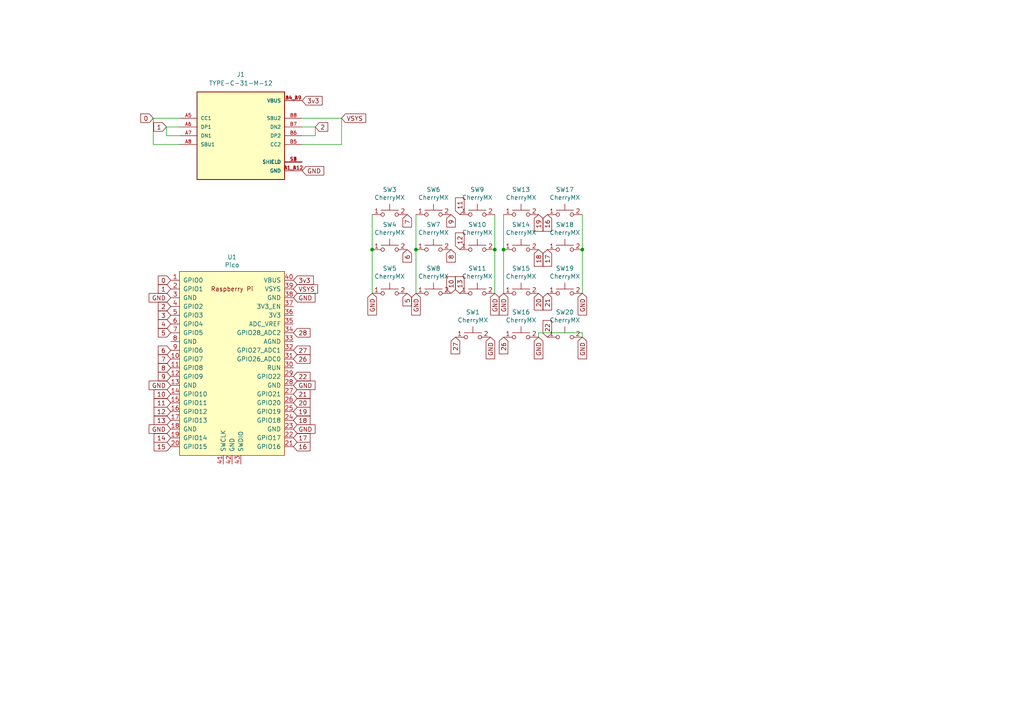
<source format=kicad_sch>
(kicad_sch (version 20230121) (generator eeschema)
  (paper "A4")
  (lib_symbols
    (symbol "Keeb-rescue:CherryMX-CherryMX" (pin_names (offset 0.254))
      (property "Reference" "SW" (at 2.54 3.175 0))
      (property "Value" "CherryMX_CherryMX" (at 0 -1.905 0))
      (symbol "CherryMX-CherryMX_1_1"
        (circle (center -2.032 0) (radius 0.508))
        (polyline (pts (xy 0 1.27) (xy 0 3.048)))
        (polyline (pts (xy 2.54 1.27) (xy -2.54 1.27)))
        (circle (center 2.032 0) (radius 0.508))
        (pin passive line (at -5.08 0 0) (length 2.54) (name "~") (number "1"))
        (pin passive line (at 5.08 0 180) (length 2.54) (name "~") (number "2"))
      )
    )
    (symbol "Keeb-rescue:Pico-MCU_RaspberryPi_and_Boards" (pin_names (offset 1.016))
      (property "Reference" "U" (at -13.97 27.94 0))
      (property "Value" "MCU_RaspberryPi_and_Boards_Pico" (at 0 19.05 0))
      (symbol "Pico-MCU_RaspberryPi_and_Boards_0_0"
        (text "Raspberry Pi" (at 0 21.59 0) (effects (font (size 1.27 1.27))))
      )
      (symbol "Pico-MCU_RaspberryPi_and_Boards_0_1"
        (rectangle (start -15.24 26.67) (end 15.24 -26.67) (fill (type background)))
      )
      (symbol "Pico-MCU_RaspberryPi_and_Boards_1_1"
        (pin bidirectional line (at -17.78 24.13 0) (length 2.54) (name "GPIO0") (number "1"))
        (pin bidirectional line (at -17.78 1.27 0) (length 2.54) (name "GPIO7") (number "10"))
        (pin bidirectional line (at -17.78 -1.27 0) (length 2.54) (name "GPIO8") (number "11"))
        (pin bidirectional line (at -17.78 -3.81 0) (length 2.54) (name "GPIO9") (number "12"))
        (pin power_in line (at -17.78 -6.35 0) (length 2.54) (name "GND") (number "13"))
        (pin bidirectional line (at -17.78 -8.89 0) (length 2.54) (name "GPIO10") (number "14"))
        (pin bidirectional line (at -17.78 -11.43 0) (length 2.54) (name "GPIO11") (number "15"))
        (pin bidirectional line (at -17.78 -13.97 0) (length 2.54) (name "GPIO12") (number "16"))
        (pin bidirectional line (at -17.78 -16.51 0) (length 2.54) (name "GPIO13") (number "17"))
        (pin power_in line (at -17.78 -19.05 0) (length 2.54) (name "GND") (number "18"))
        (pin bidirectional line (at -17.78 -21.59 0) (length 2.54) (name "GPIO14") (number "19"))
        (pin bidirectional line (at -17.78 21.59 0) (length 2.54) (name "GPIO1") (number "2"))
        (pin bidirectional line (at -17.78 -24.13 0) (length 2.54) (name "GPIO15") (number "20"))
        (pin bidirectional line (at 17.78 -24.13 180) (length 2.54) (name "GPIO16") (number "21"))
        (pin bidirectional line (at 17.78 -21.59 180) (length 2.54) (name "GPIO17") (number "22"))
        (pin power_in line (at 17.78 -19.05 180) (length 2.54) (name "GND") (number "23"))
        (pin bidirectional line (at 17.78 -16.51 180) (length 2.54) (name "GPIO18") (number "24"))
        (pin bidirectional line (at 17.78 -13.97 180) (length 2.54) (name "GPIO19") (number "25"))
        (pin bidirectional line (at 17.78 -11.43 180) (length 2.54) (name "GPIO20") (number "26"))
        (pin bidirectional line (at 17.78 -8.89 180) (length 2.54) (name "GPIO21") (number "27"))
        (pin power_in line (at 17.78 -6.35 180) (length 2.54) (name "GND") (number "28"))
        (pin bidirectional line (at 17.78 -3.81 180) (length 2.54) (name "GPIO22") (number "29"))
        (pin power_in line (at -17.78 19.05 0) (length 2.54) (name "GND") (number "3"))
        (pin input line (at 17.78 -1.27 180) (length 2.54) (name "RUN") (number "30"))
        (pin bidirectional line (at 17.78 1.27 180) (length 2.54) (name "GPIO26_ADC0") (number "31"))
        (pin bidirectional line (at 17.78 3.81 180) (length 2.54) (name "GPIO27_ADC1") (number "32"))
        (pin power_in line (at 17.78 6.35 180) (length 2.54) (name "AGND") (number "33"))
        (pin bidirectional line (at 17.78 8.89 180) (length 2.54) (name "GPIO28_ADC2") (number "34"))
        (pin unspecified line (at 17.78 11.43 180) (length 2.54) (name "ADC_VREF") (number "35"))
        (pin unspecified line (at 17.78 13.97 180) (length 2.54) (name "3V3") (number "36"))
        (pin input line (at 17.78 16.51 180) (length 2.54) (name "3V3_EN") (number "37"))
        (pin bidirectional line (at 17.78 19.05 180) (length 2.54) (name "GND") (number "38"))
        (pin unspecified line (at 17.78 21.59 180) (length 2.54) (name "VSYS") (number "39"))
        (pin bidirectional line (at -17.78 16.51 0) (length 2.54) (name "GPIO2") (number "4"))
        (pin unspecified line (at 17.78 24.13 180) (length 2.54) (name "VBUS") (number "40"))
        (pin input line (at -2.54 -29.21 90) (length 2.54) (name "SWCLK") (number "41"))
        (pin power_in line (at 0 -29.21 90) (length 2.54) (name "GND") (number "42"))
        (pin bidirectional line (at 2.54 -29.21 90) (length 2.54) (name "SWDIO") (number "43"))
        (pin bidirectional line (at -17.78 13.97 0) (length 2.54) (name "GPIO3") (number "5"))
        (pin bidirectional line (at -17.78 11.43 0) (length 2.54) (name "GPIO4") (number "6"))
        (pin bidirectional line (at -17.78 8.89 0) (length 2.54) (name "GPIO5") (number "7"))
        (pin power_in line (at -17.78 6.35 0) (length 2.54) (name "GND") (number "8"))
        (pin bidirectional line (at -17.78 3.81 0) (length 2.54) (name "GPIO6") (number "9"))
      )
    )
    (symbol "TypeC:TYPE-C-31-M-12" (pin_names (offset 1.016))
      (property "Reference" "J" (at -12.7 13.462 0))
      (property "Value" "TYPE-C-31-M-12" (at -12.7 -13.462 0))
      (symbol "TYPE-C-31-M-12_0_0"
        (rectangle (start -12.7 -12.7) (end 12.7 12.7) (stroke (width 0.254)) (fill (type background)))
        (pin power_in line (at 17.78 -10.16 180) (length 5.08) (name "GND") (number "A1_B12"))
        (pin power_in line (at 17.78 10.16 180) (length 5.08) (name "VBUS") (number "A4_B9"))
        (pin bidirectional line (at -17.78 5.08 0) (length 5.08) (name "CC1") (number "A5"))
        (pin bidirectional line (at -17.78 2.54 0) (length 5.08) (name "DP1") (number "A6"))
        (pin bidirectional line (at -17.78 0 0) (length 5.08) (name "DN1") (number "A7"))
        (pin bidirectional line (at -17.78 -2.54 0) (length 5.08) (name "SBU1") (number "A8"))
        (pin power_in line (at 17.78 -10.16 180) (length 5.08) (name "GND") (number "B1_A12"))
        (pin power_in line (at 17.78 10.16 180) (length 5.08) (name "VBUS") (number "B4_A9"))
        (pin bidirectional line (at 17.78 -2.54 180) (length 5.08) (name "CC2") (number "B5"))
        (pin bidirectional line (at 17.78 0 180) (length 5.08) (name "DP2") (number "B6"))
        (pin bidirectional line (at 17.78 2.54 180) (length 5.08) (name "DN2") (number "B7"))
        (pin bidirectional line (at 17.78 5.08 180) (length 5.08) (name "SBU2") (number "B8"))
        (pin passive line (at 17.78 -7.62 180) (length 5.08) (name "SHIELD") (number "S1"))
        (pin passive line (at 17.78 -7.62 180) (length 5.08) (name "SHIELD") (number "S2"))
        (pin passive line (at 17.78 -7.62 180) (length 5.08) (name "SHIELD") (number "S3"))
        (pin passive line (at 17.78 -7.62 180) (length 5.08) (name "SHIELD") (number "S4"))
      )
    )
  )
  (junction (at 146.05 72.39))
  (junction (at 143.51 72.39))
  (junction (at 168.91 72.39))
  (junction (at 107.95 72.39))
  (junction (at 120.65 72.39))
  (wire (pts (xy 146.05 62.23) (xy 146.05 72.39)))
  (wire (pts (xy 156.21 96.52) (xy 168.91 96.52)))
  (wire (pts (xy 44.45 41.91) (xy 52.07 41.91)))
  (wire (pts (xy 143.51 62.23) (xy 143.51 72.39)))
  (wire (pts (xy 168.91 62.23) (xy 168.91 72.39)))
  (wire (pts (xy 99.06 41.91) (xy 87.63 41.91)))
  (wire (pts (xy 52.07 36.83) (xy 48.26 36.83)))
  (wire (pts (xy 156.21 97.79) (xy 156.21 96.52)))
  (wire (pts (xy 91.44 36.83) (xy 91.44 39.37)))
  (wire (pts (xy 120.65 72.39) (xy 120.65 85.09)))
  (wire (pts (xy 107.95 62.23) (xy 107.95 72.39)))
  (wire (pts (xy 107.95 72.39) (xy 107.95 85.09)))
  (wire (pts (xy 120.65 62.23) (xy 120.65 72.39)))
  (wire (pts (xy 146.05 72.39) (xy 146.05 85.09)))
  (wire (pts (xy 91.44 39.37) (xy 87.63 39.37)))
  (wire (pts (xy 168.91 96.52) (xy 168.91 97.79)))
  (wire (pts (xy 48.26 39.37) (xy 52.07 39.37)))
  (wire (pts (xy 52.07 34.29) (xy 44.45 34.29)))
  (wire (pts (xy 48.26 36.83) (xy 48.26 39.37)))
  (wire (pts (xy 143.51 72.39) (xy 143.51 85.09)))
  (wire (pts (xy 44.45 34.29) (xy 44.45 41.91)))
  (wire (pts (xy 99.06 34.29) (xy 99.06 41.91)))
  (wire (pts (xy 87.63 36.83) (xy 91.44 36.83)))
  (wire (pts (xy 168.91 72.39) (xy 168.91 85.09)))
  (wire (pts (xy 87.63 34.29) (xy 99.06 34.29)))
  (global_label "26" (shape input) (at 146.05 97.79 270) (property "Intersheetrefs" "${INTERSHEET_REFS}" (effects hide)))
  (global_label "5" (shape input) (at 49.53 96.52 180) (property "Intersheetrefs" "${INTERSHEET_REFS}" (effects hide)))
  (global_label "GND" (shape input) (at 120.65 85.09 270) (property "Intersheetrefs" "${INTERSHEET_REFS}" (effects hide)))
  (global_label "GND" (shape input) (at 49.53 124.46 180) (property "Intersheetrefs" "${INTERSHEET_REFS}" (effects hide)))
  (global_label "11" (shape input) (at 49.53 116.84 180) (property "Intersheetrefs" "${INTERSHEET_REFS}" (effects hide)))
  (global_label "27" (shape input) (at 132.08 97.79 270) (property "Intersheetrefs" "${INTERSHEET_REFS}" (effects hide)))
  (global_label "3" (shape input) (at 49.53 91.44 180) (property "Intersheetrefs" "${INTERSHEET_REFS}" (effects hide)))
  (global_label "GND" (shape input) (at 146.05 85.09 270) (property "Intersheetrefs" "${INTERSHEET_REFS}" (effects hide)))
  (global_label "8" (shape input) (at 130.81 72.39 270) (property "Intersheetrefs" "${INTERSHEET_REFS}" (effects hide)))
  (global_label "2" (shape input) (at 91.44 36.83 0) (property "Intersheetrefs" "${INTERSHEET_REFS}" (effects hide)))
  (global_label "22" (shape input) (at 85.09 109.22 0) (property "Intersheetrefs" "${INTERSHEET_REFS}" (effects hide)))
  (global_label "13" (shape input) (at 49.53 121.92 180) (property "Intersheetrefs" "${INTERSHEET_REFS}" (effects hide)))
  (global_label "GND" (shape input) (at 142.24 97.79 270) (property "Intersheetrefs" "${INTERSHEET_REFS}" (effects hide)))
  (global_label "GND" (shape input) (at 168.91 85.09 270) (property "Intersheetrefs" "${INTERSHEET_REFS}" (effects hide)))
  (global_label "27" (shape input) (at 85.09 101.6 0) (property "Intersheetrefs" "${INTERSHEET_REFS}" (effects hide)))
  (global_label "28" (shape input) (at 85.09 96.52 0) (property "Intersheetrefs" "${INTERSHEET_REFS}" (effects hide)))
  (global_label "GND" (shape input) (at 168.91 97.79 270) (property "Intersheetrefs" "${INTERSHEET_REFS}" (effects hide)))
  (global_label "GND" (shape input) (at 49.53 111.76 180) (property "Intersheetrefs" "${INTERSHEET_REFS}" (effects hide)))
  (global_label "9" (shape input) (at 130.81 62.23 270) (property "Intersheetrefs" "${INTERSHEET_REFS}" (effects hide)))
  (global_label "14" (shape input) (at 49.53 127 180) (property "Intersheetrefs" "${INTERSHEET_REFS}" (effects hide)))
  (global_label "17" (shape input) (at 85.09 127 0) (property "Intersheetrefs" "${INTERSHEET_REFS}" (effects hide)))
  (global_label "18" (shape input) (at 85.09 121.92 0) (property "Intersheetrefs" "${INTERSHEET_REFS}" (effects hide)))
  (global_label "11" (shape input) (at 133.35 62.23 90) (property "Intersheetrefs" "${INTERSHEET_REFS}" (effects hide)))
  (global_label "4" (shape input) (at 49.53 93.98 180) (property "Intersheetrefs" "${INTERSHEET_REFS}" (effects hide)))
  (global_label "GND" (shape input) (at 49.53 86.36 180) (property "Intersheetrefs" "${INTERSHEET_REFS}" (effects hide)))
  (global_label "20" (shape input) (at 85.09 116.84 0) (property "Intersheetrefs" "${INTERSHEET_REFS}" (effects hide)))
  (global_label "GND" (shape input) (at 87.63 49.53 0) (property "Intersheetrefs" "${INTERSHEET_REFS}" (effects hide)))
  (global_label "20" (shape input) (at 156.21 85.09 270) (property "Intersheetrefs" "${INTERSHEET_REFS}" (effects hide)))
  (global_label "GND" (shape input) (at 107.95 85.09 270) (property "Intersheetrefs" "${INTERSHEET_REFS}" (effects hide)))
  (global_label "10" (shape input) (at 130.81 85.09 90) (property "Intersheetrefs" "${INTERSHEET_REFS}" (effects hide)))
  (global_label "GND" (shape input) (at 85.09 111.76 0) (property "Intersheetrefs" "${INTERSHEET_REFS}" (effects hide)))
  (global_label "3v3" (shape input) (at 87.63 29.21 0) (property "Intersheetrefs" "${INTERSHEET_REFS}" (effects hide)))
  (global_label "19" (shape input) (at 156.21 62.23 270) (property "Intersheetrefs" "${INTERSHEET_REFS}" (effects hide)))
  (global_label "9" (shape input) (at 49.53 109.22 180) (property "Intersheetrefs" "${INTERSHEET_REFS}" (effects hide)))
  (global_label "2" (shape input) (at 49.53 88.9 180) (property "Intersheetrefs" "${INTERSHEET_REFS}" (effects hide)))
  (global_label "16" (shape input) (at 158.75 62.23 270) (property "Intersheetrefs" "${INTERSHEET_REFS}" (effects hide)))
  (global_label "VSYS" (shape input) (at 99.06 34.29 0) (property "Intersheetrefs" "${INTERSHEET_REFS}" (effects hide)))
  (global_label "6" (shape input) (at 118.11 72.39 270) (property "Intersheetrefs" "${INTERSHEET_REFS}" (effects hide)))
  (global_label "12" (shape input) (at 133.35 72.39 90) (property "Intersheetrefs" "${INTERSHEET_REFS}" (effects hide)))
  (global_label "0" (shape input) (at 49.53 81.28 180) (property "Intersheetrefs" "${INTERSHEET_REFS}" (effects hide)))
  (global_label "12" (shape input) (at 49.53 119.38 180) (property "Intersheetrefs" "${INTERSHEET_REFS}" (effects hide)))
  (global_label "7" (shape input) (at 49.53 104.14 180) (property "Intersheetrefs" "${INTERSHEET_REFS}" (effects hide)))
  (global_label "13" (shape input) (at 133.35 85.09 90) (property "Intersheetrefs" "${INTERSHEET_REFS}" (effects hide)))
  (global_label "1" (shape input) (at 48.26 36.83 180) (property "Intersheetrefs" "${INTERSHEET_REFS}" (effects hide)))
  (global_label "17" (shape input) (at 158.75 72.39 270) (property "Intersheetrefs" "${INTERSHEET_REFS}" (effects hide)))
  (global_label "18" (shape input) (at 156.21 72.39 270) (property "Intersheetrefs" "${INTERSHEET_REFS}" (effects hide)))
  (global_label "0" (shape input) (at 44.45 34.29 180) (property "Intersheetrefs" "${INTERSHEET_REFS}" (effects hide)))
  (global_label "21" (shape input) (at 158.75 85.09 270) (property "Intersheetrefs" "${INTERSHEET_REFS}" (effects hide)))
  (global_label "GND" (shape input) (at 156.21 97.79 270) (property "Intersheetrefs" "${INTERSHEET_REFS}" (effects hide)))
  (global_label "19" (shape input) (at 85.09 119.38 0) (property "Intersheetrefs" "${INTERSHEET_REFS}" (effects hide)))
  (global_label "21" (shape input) (at 85.09 114.3 0) (property "Intersheetrefs" "${INTERSHEET_REFS}" (effects hide)))
  (global_label "3v3" (shape input) (at 85.09 81.28 0) (property "Intersheetrefs" "${INTERSHEET_REFS}" (effects hide)))
  (global_label "16" (shape input) (at 85.09 129.54 0) (property "Intersheetrefs" "${INTERSHEET_REFS}" (effects hide)))
  (global_label "15" (shape input) (at 49.53 129.54 180) (property "Intersheetrefs" "${INTERSHEET_REFS}" (effects hide)))
  (global_label "26" (shape input) (at 85.09 104.14 0) (property "Intersheetrefs" "${INTERSHEET_REFS}" (effects hide)))
  (global_label "22" (shape input) (at 158.75 97.79 90) (property "Intersheetrefs" "${INTERSHEET_REFS}" (effects hide)))
  (global_label "GND" (shape input) (at 85.09 86.36 0) (property "Intersheetrefs" "${INTERSHEET_REFS}" (effects hide)))
  (global_label "6" (shape input) (at 49.53 101.6 180) (property "Intersheetrefs" "${INTERSHEET_REFS}" (effects hide)))
  (global_label "GND" (shape input) (at 143.51 85.09 270) (property "Intersheetrefs" "${INTERSHEET_REFS}" (effects hide)))
  (global_label "8" (shape input) (at 49.53 106.68 180) (property "Intersheetrefs" "${INTERSHEET_REFS}" (effects hide)))
  (global_label "10" (shape input) (at 49.53 114.3 180) (property "Intersheetrefs" "${INTERSHEET_REFS}" (effects hide)))
  (global_label "1" (shape input) (at 49.53 83.82 180) (property "Intersheetrefs" "${INTERSHEET_REFS}" (effects hide)))
  (global_label "5" (shape input) (at 118.11 85.09 270) (property "Intersheetrefs" "${INTERSHEET_REFS}" (effects hide)))
  (global_label "7" (shape input) (at 118.11 62.23 270) (property "Intersheetrefs" "${INTERSHEET_REFS}" (effects hide)))
  (global_label "GND" (shape input) (at 85.09 124.46 0) (property "Intersheetrefs" "${INTERSHEET_REFS}" (effects hide)))
  (global_label "VSYS" (shape input) (at 85.09 83.82 0) (property "Intersheetrefs" "${INTERSHEET_REFS}" (effects hide)))
  (symbol (lib_id "Keeb-rescue:Pico-MCU_RaspberryPi_and_Boards") (at 67.31 105.41 0) (unit 1)
    (property "Reference" "U1" (at 67.31 74.549 0))
    (property "Value" "Pico" (at 67.31 76.8604 0))
    (property "Footprint" "MCU_RaspberryPi_and_Boards:RPi_Pico_SMD_TH_NO_HOLES" (effects hide))
  )
  (symbol (lib_id "Keeb-rescue:CherryMX-CherryMX") (at 113.03 62.23 0) (unit 1)
    (property "Reference" "SW3" (at 113.03 54.991 0))
    (property "Value" "CherryMX" (at 113.03 57.3024 0))
    (property "Footprint" "ScottoKeebs_Hotswap:Hotswap_MX_1.00u" (effects hide))
  )
  (symbol (lib_id "Keeb-rescue:CherryMX-CherryMX") (at 125.73 62.23 0) (unit 1)
    (property "Reference" "SW6" (at 125.73 54.991 0))
    (property "Value" "CherryMX" (at 125.73 57.3024 0))
    (property "Footprint" "ScottoKeebs_Hotswap:Hotswap_MX_1.00u" (effects hide))
  )
  (symbol (lib_id "Keeb-rescue:CherryMX-CherryMX") (at 138.43 62.23 0) (unit 1)
    (property "Reference" "SW9" (at 138.43 54.991 0))
    (property "Value" "CherryMX" (at 138.43 57.3024 0))
    (property "Footprint" "ScottoKeebs_Hotswap:Hotswap_MX_1.00u" (effects hide))
  )
  (symbol (lib_id "Keeb-rescue:CherryMX-CherryMX") (at 151.13 62.23 0) (unit 1)
    (property "Reference" "SW13" (at 151.13 54.991 0))
    (property "Value" "CherryMX" (at 151.13 57.3024 0))
    (property "Footprint" "ScottoKeebs_Hotswap:Hotswap_MX_1.00u" (effects hide))
  )
  (symbol (lib_id "Keeb-rescue:CherryMX-CherryMX") (at 163.83 62.23 0) (unit 1)
    (property "Reference" "SW17" (at 163.83 54.991 0))
    (property "Value" "CherryMX" (at 163.83 57.3024 0))
    (property "Footprint" "ScottoKeebs_Hotswap:Hotswap_MX_1.00u" (effects hide))
  )
  (symbol (lib_id "Keeb-rescue:CherryMX-CherryMX") (at 113.03 72.39 0) (unit 1)
    (property "Reference" "SW4" (at 113.03 65.151 0))
    (property "Value" "CherryMX" (at 113.03 67.4624 0))
    (property "Footprint" "ScottoKeebs_Hotswap:Hotswap_MX_1.00u" (effects hide))
  )
  (symbol (lib_id "Keeb-rescue:CherryMX-CherryMX") (at 125.73 72.39 0) (unit 1)
    (property "Reference" "SW7" (at 125.73 65.151 0))
    (property "Value" "CherryMX" (at 125.73 67.4624 0))
    (property "Footprint" "ScottoKeebs_Hotswap:Hotswap_MX_1.00u" (effects hide))
  )
  (symbol (lib_id "Keeb-rescue:CherryMX-CherryMX") (at 138.43 72.39 0) (unit 1)
    (property "Reference" "SW10" (at 138.43 65.151 0))
    (property "Value" "CherryMX" (at 138.43 67.4624 0))
    (property "Footprint" "ScottoKeebs_Hotswap:Hotswap_MX_1.00u" (effects hide))
  )
  (symbol (lib_id "Keeb-rescue:CherryMX-CherryMX") (at 151.13 72.39 0) (unit 1)
    (property "Reference" "SW14" (at 151.13 65.151 0))
    (property "Value" "CherryMX" (at 151.13 67.4624 0))
    (property "Footprint" "ScottoKeebs_Hotswap:Hotswap_MX_1.00u" (effects hide))
  )
  (symbol (lib_id "Keeb-rescue:CherryMX-CherryMX") (at 163.83 72.39 0) (unit 1)
    (property "Reference" "SW18" (at 163.83 65.151 0))
    (property "Value" "CherryMX" (at 163.83 67.4624 0))
    (property "Footprint" "ScottoKeebs_Hotswap:Hotswap_MX_1.00u" (effects hide))
  )
  (symbol (lib_id "Keeb-rescue:CherryMX-CherryMX") (at 113.03 85.09 0) (unit 1)
    (property "Reference" "SW5" (at 113.03 77.851 0))
    (property "Value" "CherryMX" (at 113.03 80.1624 0))
    (property "Footprint" "ScottoKeebs_Hotswap:Hotswap_MX_1.00u" (effects hide))
  )
  (symbol (lib_id "Keeb-rescue:CherryMX-CherryMX") (at 125.73 85.09 0) (unit 1)
    (property "Reference" "SW8" (at 125.73 77.851 0))
    (property "Value" "CherryMX" (at 125.73 80.1624 0))
    (property "Footprint" "ScottoKeebs_Hotswap:Hotswap_MX_1.00u" (effects hide))
  )
  (symbol (lib_id "Keeb-rescue:CherryMX-CherryMX") (at 138.43 85.09 0) (unit 1)
    (property "Reference" "SW11" (at 138.43 77.851 0))
    (property "Value" "CherryMX" (at 138.43 80.1624 0))
    (property "Footprint" "ScottoKeebs_Hotswap:Hotswap_MX_1.00u" (effects hide))
  )
  (symbol (lib_id "Keeb-rescue:CherryMX-CherryMX") (at 151.13 85.09 0) (unit 1)
    (property "Reference" "SW15" (at 151.13 77.851 0))
    (property "Value" "CherryMX" (at 151.13 80.1624 0))
    (property "Footprint" "ScottoKeebs_Hotswap:Hotswap_MX_1.00u" (effects hide))
  )
  (symbol (lib_id "Keeb-rescue:CherryMX-CherryMX") (at 163.83 85.09 0) (unit 1)
    (property "Reference" "SW19" (at 163.83 77.851 0))
    (property "Value" "CherryMX" (at 163.83 80.1624 0))
    (property "Footprint" "ScottoKeebs_Hotswap:Hotswap_MX_1.00u" (effects hide))
  )
  (symbol (lib_id "Keeb-rescue:CherryMX-CherryMX") (at 151.13 97.79 0) (unit 1)
    (property "Reference" "SW16" (at 151.13 90.551 0))
    (property "Value" "CherryMX" (at 151.13 92.8624 0))
    (property "Footprint" "ScottoKeebs_Hotswap:Hotswap_MX_1.00u" (effects hide))
  )
  (symbol (lib_id "Keeb-rescue:CherryMX-CherryMX") (at 163.83 97.79 0) (unit 1)
    (property "Reference" "SW20" (at 163.83 90.551 0))
    (property "Value" "CherryMX" (at 163.83 92.8624 0))
    (property "Footprint" "ScottoKeebs_Hotswap:Hotswap_MX_1.00u" (effects hide))
  )
  (symbol (lib_id "Keeb-rescue:CherryMX-CherryMX") (at 137.16 97.79 0) (unit 1)
    (property "Reference" "SW1" (at 137.16 90.551 0))
    (property "Value" "CherryMX" (at 137.16 92.8624 0))
    (property "Footprint" "ScottoKeebs_Hotswap:Hotswap_MX_1.00u" (effects hide))
  )
  (symbol (lib_id "TypeC:TYPE-C-31-M-12") (at 69.85 39.37 0) (unit 1)
    (property "Reference" "J1" (at 69.85 21.59 0))
    (property "Value" "TYPE-C-31-M-12" (at 69.85 24.13 0))
    (property "Footprint" "USB-C-Power-tester:TYPE-C-31-M-12" (effects hide))
    (property "MF" "HRO Electronics Co., Ltd." (effects hide))
    (property "MAXIMUM_PACKAGE_HEIGHT" "3.26 mm" (effects hide))
    (property "Package" "Package" (effects hide))
    (property "Price" "None" (effects hide))
    (property "Check_prices" "https://www.snapeda.com/parts/TYPE-C-31-M-12/HRO+Electronics+Co.%252C+Ltd./view-part/?ref=eda" (effects hide))
    (property "STANDARD" "Manufacturer Recommendations" (effects hide))
    (property "PARTREV" "2020.12.08" (effects hide))
    (property "SnapEDA_Link" "https://www.snapeda.com/parts/TYPE-C-31-M-12/HRO+Electronics+Co.%252C+Ltd./view-part/?ref=snap" (effects hide))
    (property "MP" "TYPE-C-31-M-12" (effects hide))
    (property "Description" "\nUSB Connectors 24 Receptacle 1 8.94*7.3mm RoHS\n" (effects hide))
    (property "SNAPEDA_PN" "TYPE-C-31-M-12" (effects hide))
    (property "Availability" "Not in stock" (effects hide))
    (property "MANUFACTURER" "HRO Electronics Co., Ltd." (effects hide))
  )
)
</source>
